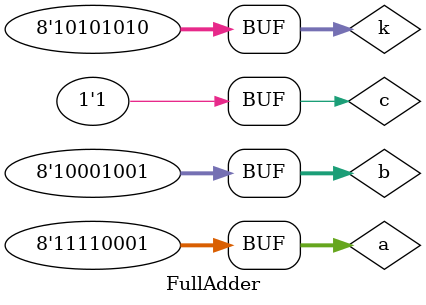
<source format=v>
module CLA(a,b,c,s,co);
    input [7:0] a,b;
    input [0:0] c;
    output [8:0] s;
    output [0:0] co;
    wire [0:0] cx0, cx1, cx2, cx3, cx4, cx5, cx6;
    Carry c1(.a(a[0:0]), .b(b[0:0]), .c(c[0:0]), .s(s[0:0]), .co(cx0[0:0]));
    Carry c2(.a(a[1:1]), .b(b[1:1]), .c(cx0[0:0]), .s(s[1:1]), .co(cx1[0:0]));
    Carry c3(.a(a[2:2]), .b(b[2:2]), .c(cx1[0:0]), .s(s[2:2]), .co(cx2[0:0]));
    Carry c4(.a(a[3:3]), .b(b[3:3]), .c(cx2[0:0]), .s(s[3:3]), .co(cx3[0:0]));
    Carry c5(.a(a[4:4]), .b(b[4:4]), .c(cx3[0:0]), .s(s[4:4]), .co(cx4[0:0]));
    Carry c6(.a(a[5:5]), .b(b[5:5]), .c(cx4[0:0]), .s(s[5:5]), .co(cx5[0:0]));
    Carry c7(.a(a[6:6]), .b(b[6:6]), .c(cx5[0:0]), .s(s[6:6]), .co(cx6[0:0]));
    Carry c8(.a(a[7:7]), .b(b[7:7]), .c(cx6[0:0]), .s(s[7:7]), .co(s[8:8]));
    assign co[0:0] = s[8:8];
endmodule

module Oracle(a,k,enca);
    input [7:0] a;
    input [7:0] k;
    output [7:0] enca;
    assign enca[7:0] = a[7:0] ^ k[7:0];
endmodule

module Carry(a,b,c,s,co);
    input [0:0] a;
    input [0:0] b;
    input [0:0] c;
    output [0:0] s;
    output [0:0] co;
    wire [0:0] out1, out2, out3, out4;
    assign out1 = a & b;
    assign out2 = a ^ b;
    assign out3 = out2 & c;
    assign co = out3 | out1;
    assign out4 = a ^ b;
    assign s = out4 ^ c;
endmodule

module FullAdder;
    reg [7:0] a;
    reg [7:0] b;
    reg [0:0] c;
    reg [7:0] k;
    wire [7:0] enca;
    wire [8:0] s;
    wire [0:0] co;
    Oracle ora (.a(a), .k(k), .enca(enca));
    CLA cla (.a(enca), .b(b), .c(c), .s(s), .co(co));
    initial begin
    k='b10101010;
  	a=241;
  	b=137;
  	c=1;
  	$dumpfile(" 10.vcd");
    $dumpvars;
    end
endmodule

</source>
